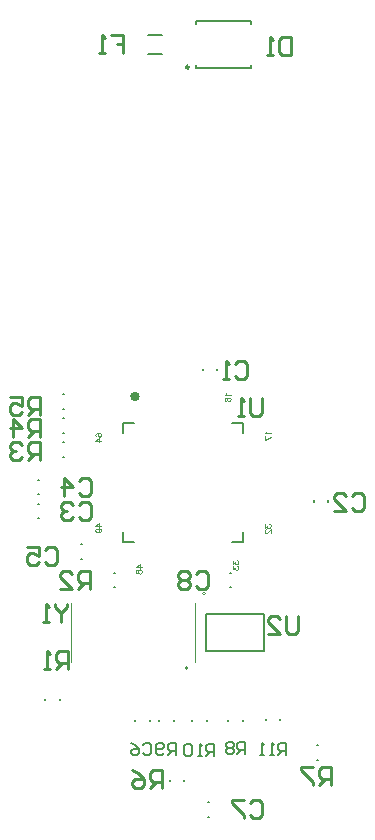
<source format=gbr>
%TF.GenerationSoftware,Altium Limited,Altium Designer,20.1.14 (287)*%
G04 Layer_Color=32896*
%FSLAX25Y25*%
%MOIN*%
%TF.SameCoordinates,66620FBD-E1AE-4FB5-826F-034038840454*%
%TF.FilePolarity,Positive*%
%TF.FileFunction,Legend,Bot*%
%TF.Part,Single*%
G01*
G75*
%TA.AperFunction,NonConductor*%
%ADD43C,0.01575*%
%ADD44C,0.00787*%
%ADD45C,0.00197*%
%ADD46C,0.00984*%
%ADD47C,0.00394*%
%ADD48C,0.01000*%
%ADD49C,0.00800*%
D43*
X91287Y145187D02*
G03*
X91287Y145187I-787J0D01*
G01*
D44*
X108110Y54689D02*
G03*
X108110Y54689I-394J0D01*
G01*
X94732Y259351D02*
X99457D01*
X94732Y265650D02*
X99457D01*
X65362Y44063D02*
Y44457D01*
X60638Y44063D02*
Y44457D01*
X86618Y132839D02*
Y136382D01*
Y96618D02*
Y100161D01*
Y136382D02*
X90161D01*
X122839D02*
X126382D01*
Y132839D02*
Y136382D01*
Y96618D02*
Y100161D01*
X122839Y96618D02*
X126382D01*
X86618D02*
X90161D01*
X114354Y72646D02*
X133646D01*
Y60244D02*
Y72646D01*
X114354Y60244D02*
X133646D01*
X114354D02*
Y72646D01*
X138862Y37303D02*
Y37697D01*
X134138Y37303D02*
Y37697D01*
X114362Y37043D02*
Y37437D01*
X109638Y37043D02*
Y37437D01*
X103362Y37043D02*
Y37437D01*
X98638Y37043D02*
Y37437D01*
X126362Y37043D02*
Y37437D01*
X121638Y37043D02*
Y37437D01*
X151063Y24138D02*
X151457D01*
X151063Y28862D02*
X151457D01*
X102138Y17063D02*
Y17457D01*
X106862Y17063D02*
Y17457D01*
X66543Y141138D02*
X66937D01*
X66543Y145862D02*
X66937D01*
X66543Y133138D02*
X66937D01*
X66543Y137862D02*
X66937D01*
X66543Y125138D02*
X66937D01*
X66543Y129862D02*
X66937D01*
X83543Y81638D02*
X83937D01*
X83543Y86362D02*
X83937D01*
X129055Y269474D02*
Y270374D01*
X110945Y269474D02*
Y270374D01*
X129055Y254626D02*
Y255526D01*
X110945Y254626D02*
Y255526D01*
Y270374D02*
X129055D01*
X110945Y254626D02*
X129055D01*
X122153Y86362D02*
X122547D01*
X122153Y81638D02*
X122547D01*
X114953Y9862D02*
X115346D01*
X114953Y5138D02*
X115346D01*
X95362Y36953D02*
Y37347D01*
X90638Y36953D02*
Y37347D01*
X72453Y91138D02*
X72847D01*
X72453Y95862D02*
X72847D01*
X58153Y117362D02*
X58547D01*
X58153Y112638D02*
X58547D01*
X58154Y104638D02*
X58547D01*
X58154Y109362D02*
X58547D01*
X150138Y110153D02*
Y110547D01*
X154862Y110153D02*
Y110547D01*
X113138Y153953D02*
Y154346D01*
X117862Y153953D02*
Y154346D01*
D45*
X114057Y79445D02*
G03*
X114057Y79445I-557J0D01*
G01*
D46*
X108526Y254935D02*
G03*
X108526Y254935I-492J0D01*
G01*
D47*
X69331Y56657D02*
Y76342D01*
X110669Y56657D02*
Y76342D01*
X123032Y90313D02*
Y89282D01*
X123782Y89844D01*
Y89563D01*
X123875Y89375D01*
X123969Y89282D01*
X124250Y89188D01*
X124438D01*
X124719Y89282D01*
X124906Y89469D01*
X125000Y89750D01*
Y90031D01*
X124906Y90313D01*
X124813Y90406D01*
X124625Y90500D01*
X123032Y88560D02*
Y87529D01*
X123782Y88091D01*
Y87810D01*
X123875Y87623D01*
X123969Y87529D01*
X124250Y87435D01*
X124438D01*
X124719Y87529D01*
X124906Y87717D01*
X125000Y87998D01*
Y88279D01*
X124906Y88560D01*
X124813Y88654D01*
X124625Y88748D01*
X120794Y146265D02*
X120700Y146077D01*
X120419Y145796D01*
X122387D01*
X120700Y143697D02*
X120512Y143791D01*
X120419Y144072D01*
Y144259D01*
X120512Y144540D01*
X120794Y144728D01*
X121262Y144822D01*
X121731D01*
X122106Y144728D01*
X122293Y144540D01*
X122387Y144259D01*
Y144166D01*
X122293Y143884D01*
X122106Y143697D01*
X121825Y143603D01*
X121731D01*
X121450Y143697D01*
X121262Y143884D01*
X121168Y144166D01*
Y144259D01*
X121262Y144540D01*
X121450Y144728D01*
X121731Y144822D01*
X134307Y133400D02*
X134213Y133213D01*
X133932Y132931D01*
X135900D01*
X133932Y130645D02*
X135900Y131582D01*
X133932Y131957D02*
Y130645D01*
X133732Y102513D02*
Y101482D01*
X134482Y102044D01*
Y101763D01*
X134575Y101575D01*
X134669Y101482D01*
X134950Y101388D01*
X135138D01*
X135419Y101482D01*
X135606Y101669D01*
X135700Y101950D01*
Y102231D01*
X135606Y102513D01*
X135513Y102606D01*
X135325Y102700D01*
X134201Y100854D02*
X134107D01*
X133919Y100760D01*
X133826Y100666D01*
X133732Y100479D01*
Y100104D01*
X133826Y99917D01*
X133919Y99823D01*
X134107Y99729D01*
X134294D01*
X134482Y99823D01*
X134763Y100010D01*
X135700Y100947D01*
Y99635D01*
X90732Y88263D02*
X92044Y89200D01*
Y87794D01*
X90732Y88263D02*
X92700D01*
X90732Y86979D02*
X90826Y87260D01*
X91013Y87354D01*
X91201D01*
X91388Y87260D01*
X91482Y87073D01*
X91575Y86698D01*
X91669Y86417D01*
X91856Y86229D01*
X92044Y86135D01*
X92325D01*
X92513Y86229D01*
X92606Y86323D01*
X92700Y86604D01*
Y86979D01*
X92606Y87260D01*
X92513Y87354D01*
X92325Y87448D01*
X92044D01*
X91856Y87354D01*
X91669Y87166D01*
X91575Y86885D01*
X91482Y86510D01*
X91388Y86323D01*
X91201Y86229D01*
X91013D01*
X90826Y86323D01*
X90732Y86604D01*
Y86979D01*
X77332Y101963D02*
X78644Y102900D01*
Y101494D01*
X77332Y101963D02*
X79300D01*
X77988Y99929D02*
X78269Y100023D01*
X78456Y100210D01*
X78550Y100491D01*
Y100585D01*
X78456Y100866D01*
X78269Y101054D01*
X77988Y101147D01*
X77894D01*
X77613Y101054D01*
X77426Y100866D01*
X77332Y100585D01*
Y100491D01*
X77426Y100210D01*
X77613Y100023D01*
X77988Y99929D01*
X78456D01*
X78925Y100023D01*
X79206Y100210D01*
X79300Y100491D01*
Y100679D01*
X79206Y100960D01*
X79019Y101054D01*
X77613Y131875D02*
X77426Y131969D01*
X77332Y132250D01*
Y132438D01*
X77426Y132719D01*
X77707Y132906D01*
X78175Y133000D01*
X78644D01*
X79019Y132906D01*
X79206Y132719D01*
X79300Y132438D01*
Y132344D01*
X79206Y132063D01*
X79019Y131875D01*
X78738Y131782D01*
X78644D01*
X78363Y131875D01*
X78175Y132063D01*
X78082Y132344D01*
Y132438D01*
X78175Y132719D01*
X78363Y132906D01*
X78644Y133000D01*
X77332Y130413D02*
X78644Y131351D01*
Y129945D01*
X77332Y130413D02*
X79300D01*
D48*
X82689Y265499D02*
X86688D01*
Y262500D01*
X84688D01*
X86688D01*
Y259501D01*
X80690D02*
X78690D01*
X79690D01*
Y265499D01*
X80690Y264499D01*
X68200Y54260D02*
Y60258D01*
X65201D01*
X64201Y59258D01*
Y57259D01*
X65201Y56259D01*
X68200D01*
X66201D02*
X64201Y54260D01*
X62202D02*
X60203D01*
X61202D01*
Y60258D01*
X62202Y59258D01*
X132999Y144499D02*
Y139501D01*
X131999Y138501D01*
X130000D01*
X129000Y139501D01*
Y144499D01*
X127001Y138501D02*
X125001D01*
X126001D01*
Y144499D01*
X127001Y143499D01*
X142499Y264999D02*
Y259001D01*
X139500D01*
X138500Y260001D01*
Y263999D01*
X139500Y264999D01*
X142499D01*
X136501Y259001D02*
X134501D01*
X135501D01*
Y264999D01*
X136501Y263999D01*
X58998Y139001D02*
Y144999D01*
X55999D01*
X55000Y143999D01*
Y142000D01*
X55999Y141000D01*
X58998D01*
X56999D02*
X55000Y139001D01*
X49002Y144999D02*
X53000D01*
Y142000D01*
X51001Y143000D01*
X50001D01*
X49002Y142000D01*
Y140001D01*
X50001Y139001D01*
X52001D01*
X53000Y140001D01*
X58998Y131501D02*
Y137499D01*
X55999D01*
X55000Y136499D01*
Y134500D01*
X55999Y133500D01*
X58998D01*
X56999D02*
X55000Y131501D01*
X50001D02*
Y137499D01*
X53000Y134500D01*
X49002D01*
X58998Y124001D02*
Y129999D01*
X55999D01*
X55000Y128999D01*
Y127000D01*
X55999Y126000D01*
X58998D01*
X56999D02*
X55000Y124001D01*
X53000Y128999D02*
X52001Y129999D01*
X50001D01*
X49002Y128999D01*
Y128000D01*
X50001Y127000D01*
X51001D01*
X50001D01*
X49002Y126000D01*
Y125001D01*
X50001Y124001D01*
X52001D01*
X53000Y125001D01*
X75498Y81001D02*
Y86999D01*
X72499D01*
X71500Y85999D01*
Y84000D01*
X72499Y83000D01*
X75498D01*
X73499D02*
X71500Y81001D01*
X65502D02*
X69500D01*
X65502Y85000D01*
Y85999D01*
X66501Y86999D01*
X68501D01*
X69500Y85999D01*
X111006Y86045D02*
X112005Y87045D01*
X114005D01*
X115004Y86045D01*
Y82046D01*
X114005Y81047D01*
X112005D01*
X111006Y82046D01*
X109006Y86045D02*
X108007Y87045D01*
X106007D01*
X105008Y86045D01*
Y85045D01*
X106007Y84046D01*
X105008Y83046D01*
Y82046D01*
X106007Y81047D01*
X108007D01*
X109006Y82046D01*
Y83046D01*
X108007Y84046D01*
X109006Y85045D01*
Y86045D01*
X108007Y84046D02*
X106007D01*
X129000Y9499D02*
X129999Y10499D01*
X131999D01*
X132998Y9499D01*
Y5501D01*
X131999Y4501D01*
X129999D01*
X129000Y5501D01*
X127000Y10499D02*
X123002D01*
Y9499D01*
X127000Y5501D01*
Y4501D01*
X60649Y93999D02*
X61649Y94999D01*
X63648D01*
X64648Y93999D01*
Y90001D01*
X63648Y89001D01*
X61649D01*
X60649Y90001D01*
X54651Y94999D02*
X58650D01*
Y92000D01*
X56651Y93000D01*
X55651D01*
X54651Y92000D01*
Y90001D01*
X55651Y89001D01*
X57650D01*
X58650Y90001D01*
X72000Y116999D02*
X72999Y117999D01*
X74999D01*
X75998Y116999D01*
Y113001D01*
X74999Y112001D01*
X72999D01*
X72000Y113001D01*
X67001Y112001D02*
Y117999D01*
X70000Y115000D01*
X66002D01*
X72000Y108999D02*
X72999Y109999D01*
X74999D01*
X75998Y108999D01*
Y105001D01*
X74999Y104001D01*
X72999D01*
X72000Y105001D01*
X70000Y108999D02*
X69001Y109999D01*
X67001D01*
X66002Y108999D01*
Y108000D01*
X67001Y107000D01*
X68001D01*
X67001D01*
X66002Y106000D01*
Y105001D01*
X67001Y104001D01*
X69001D01*
X70000Y105001D01*
X163000Y111999D02*
X163999Y112999D01*
X165999D01*
X166998Y111999D01*
Y108001D01*
X165999Y107001D01*
X163999D01*
X163000Y108001D01*
X157002Y107001D02*
X161000D01*
X157002Y111000D01*
Y111999D01*
X158001Y112999D01*
X160001D01*
X161000Y111999D01*
X124000Y155999D02*
X125000Y156999D01*
X126999D01*
X127999Y155999D01*
Y152001D01*
X126999Y151001D01*
X125000D01*
X124000Y152001D01*
X122001Y151001D02*
X120001D01*
X121001D01*
Y156999D01*
X122001Y155999D01*
X67999Y75999D02*
Y74999D01*
X65999Y73000D01*
X64000Y74999D01*
Y75999D01*
X65999Y73000D02*
Y70001D01*
X62001D02*
X60001D01*
X61001D01*
Y75999D01*
X62001Y74999D01*
X144998Y71999D02*
Y67001D01*
X143999Y66001D01*
X141999D01*
X141000Y67001D01*
Y71999D01*
X135002Y66001D02*
X139000D01*
X135002Y70000D01*
Y70999D01*
X136001Y71999D01*
X138001D01*
X139000Y70999D01*
X155998Y15501D02*
Y21499D01*
X152999D01*
X152000Y20499D01*
Y18500D01*
X152999Y17500D01*
X155998D01*
X153999D02*
X152000Y15501D01*
X150000Y21499D02*
X146002D01*
Y20499D01*
X150000Y16501D01*
Y15501D01*
X99498Y14501D02*
Y20499D01*
X96499D01*
X95500Y19499D01*
Y17500D01*
X96499Y16500D01*
X99498D01*
X97499D02*
X95500Y14501D01*
X89502Y20499D02*
X91501Y19499D01*
X93500Y17500D01*
Y15501D01*
X92501Y14501D01*
X90501D01*
X89502Y15501D01*
Y16500D01*
X90501Y17500D01*
X93500D01*
D49*
X140832Y25741D02*
Y29739D01*
X138833D01*
X138166Y29073D01*
Y27740D01*
X138833Y27074D01*
X140832D01*
X139499D02*
X138166Y25741D01*
X136833D02*
X135500D01*
X136167D01*
Y29739D01*
X136833Y29073D01*
X133501Y25741D02*
X132168D01*
X132834D01*
Y29739D01*
X133501Y29073D01*
X116998Y25481D02*
Y29480D01*
X114999D01*
X114333Y28813D01*
Y27480D01*
X114999Y26814D01*
X116998D01*
X115665D02*
X114333Y25481D01*
X113000D02*
X111667D01*
X112333D01*
Y29480D01*
X113000Y28813D01*
X109667D02*
X109001Y29480D01*
X107668D01*
X107002Y28813D01*
Y26147D01*
X107668Y25481D01*
X109001D01*
X109667Y26147D01*
Y28813D01*
X104332Y25501D02*
Y29499D01*
X102333D01*
X101666Y28833D01*
Y27500D01*
X102333Y26834D01*
X104332D01*
X102999D02*
X101666Y25501D01*
X100333Y26167D02*
X99667Y25501D01*
X98334D01*
X97668Y26167D01*
Y28833D01*
X98334Y29499D01*
X99667D01*
X100333Y28833D01*
Y28166D01*
X99667Y27500D01*
X97668D01*
X127357Y25908D02*
Y29907D01*
X125357D01*
X124691Y29240D01*
Y27907D01*
X125357Y27241D01*
X127357D01*
X126024D02*
X124691Y25908D01*
X123358Y29240D02*
X122692Y29907D01*
X121359D01*
X120692Y29240D01*
Y28574D01*
X121359Y27907D01*
X120692Y27241D01*
Y26575D01*
X121359Y25908D01*
X122692D01*
X123358Y26575D01*
Y27241D01*
X122692Y27907D01*
X123358Y28574D01*
Y29240D01*
X122692Y27907D02*
X121359D01*
X93166Y28833D02*
X93833Y29499D01*
X95166D01*
X95832Y28833D01*
Y26167D01*
X95166Y25501D01*
X93833D01*
X93166Y26167D01*
X89168Y29499D02*
X90501Y28833D01*
X91834Y27500D01*
Y26167D01*
X91167Y25501D01*
X89834D01*
X89168Y26167D01*
Y26834D01*
X89834Y27500D01*
X91834D01*
%TF.MD5,7943182a8fc8101c5bddcf247a3f5682*%
M02*

</source>
